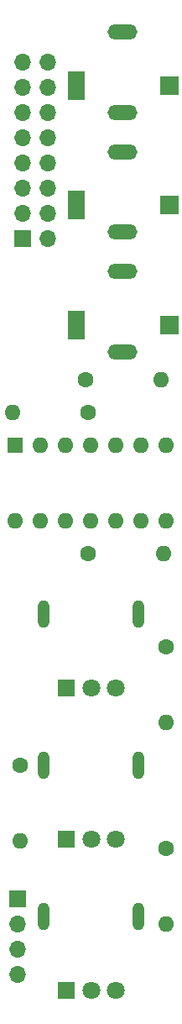
<source format=gbr>
%TF.GenerationSoftware,KiCad,Pcbnew,(6.0.0)*%
%TF.CreationDate,2022-02-22T23:17:02-05:00*%
%TF.ProjectId,LedController1,4c656443-6f6e-4747-926f-6c6c6572312e,rev?*%
%TF.SameCoordinates,Original*%
%TF.FileFunction,Soldermask,Bot*%
%TF.FilePolarity,Negative*%
%FSLAX46Y46*%
G04 Gerber Fmt 4.6, Leading zero omitted, Abs format (unit mm)*
G04 Created by KiCad (PCBNEW (6.0.0)) date 2022-02-22 23:17:02*
%MOMM*%
%LPD*%
G01*
G04 APERTURE LIST*
%ADD10R,1.600000X1.600000*%
%ADD11O,1.600000X1.600000*%
%ADD12O,1.200000X2.800000*%
%ADD13R,1.800000X1.800000*%
%ADD14C,1.800000*%
%ADD15C,1.600000*%
%ADD16R,1.700000X1.700000*%
%ADD17O,1.700000X1.700000*%
%ADD18R,1.750000X3.000000*%
%ADD19R,1.850000X1.850000*%
%ADD20O,3.000000X1.524000*%
G04 APERTURE END LIST*
D10*
%TO.C,U1*%
X2281000Y-43190000D03*
D11*
X17521000Y-50810000D03*
X4821000Y-43190000D03*
X14981000Y-50810000D03*
X7361000Y-43190000D03*
X12441000Y-50810000D03*
X9901000Y-43190000D03*
X9901000Y-50810000D03*
X12441000Y-43190000D03*
X7361000Y-50810000D03*
X14981000Y-43190000D03*
X4821000Y-50810000D03*
X17521000Y-43190000D03*
X2281000Y-50810000D03*
%TD*%
D12*
%TO.C,RV3*%
X14800000Y-90681000D03*
X5200000Y-90681000D03*
D13*
X7500000Y-98181000D03*
D14*
X10000000Y-98181000D03*
X12500000Y-98181000D03*
%TD*%
D12*
%TO.C,RV2*%
X14800000Y-75441000D03*
X5200000Y-75441000D03*
D13*
X7500000Y-82941000D03*
D14*
X10000000Y-82941000D03*
X12500000Y-82941000D03*
%TD*%
%TO.C,RV1*%
X12500000Y-67701000D03*
X10000000Y-67701000D03*
D13*
X7500000Y-67701000D03*
D12*
X5200000Y-60201000D03*
X14800000Y-60201000D03*
%TD*%
D15*
%TO.C,R6*%
X9652000Y-54102000D03*
D11*
X17272000Y-54102000D03*
%TD*%
D15*
%TO.C,R5*%
X9398000Y-36576000D03*
D11*
X17018000Y-36576000D03*
%TD*%
D15*
%TO.C,R4*%
X9652000Y-39878000D03*
D11*
X2032000Y-39878000D03*
%TD*%
D15*
%TO.C,R3*%
X17526000Y-83820000D03*
D11*
X17526000Y-91440000D03*
%TD*%
D15*
%TO.C,R2*%
X2794000Y-75438000D03*
D11*
X2794000Y-83058000D03*
%TD*%
D15*
%TO.C,R1*%
X17526000Y-63500000D03*
D11*
X17526000Y-71120000D03*
%TD*%
D16*
%TO.C,J4*%
X3043000Y-22337000D03*
D17*
X5583000Y-22337000D03*
X3043000Y-19797000D03*
X5583000Y-19797000D03*
X3043000Y-17257000D03*
X5583000Y-17257000D03*
X3043000Y-14717000D03*
X5583000Y-14717000D03*
X3043000Y-12177000D03*
X5583000Y-12177000D03*
X3043000Y-9637000D03*
X5583000Y-9637000D03*
X3043000Y-7097000D03*
X5583000Y-7097000D03*
X3043000Y-4557000D03*
X5583000Y-4557000D03*
%TD*%
D18*
%TO.C,J3*%
X8460000Y-31080000D03*
D19*
X17860000Y-31080000D03*
D20*
X13160000Y-33780000D03*
X13160000Y-25680000D03*
%TD*%
D18*
%TO.C,J2*%
X8460000Y-19015000D03*
D19*
X17860000Y-19015000D03*
D20*
X13160000Y-21715000D03*
X13160000Y-13615000D03*
%TD*%
D18*
%TO.C,J1*%
X8460000Y-6950000D03*
D19*
X17860000Y-6950000D03*
D20*
X13160000Y-9650000D03*
X13160000Y-1550000D03*
%TD*%
D17*
%TO.C,J5*%
X2540000Y-96520000D03*
X2540000Y-93980000D03*
X2540000Y-91440000D03*
D16*
X2540000Y-88900000D03*
%TD*%
M02*

</source>
